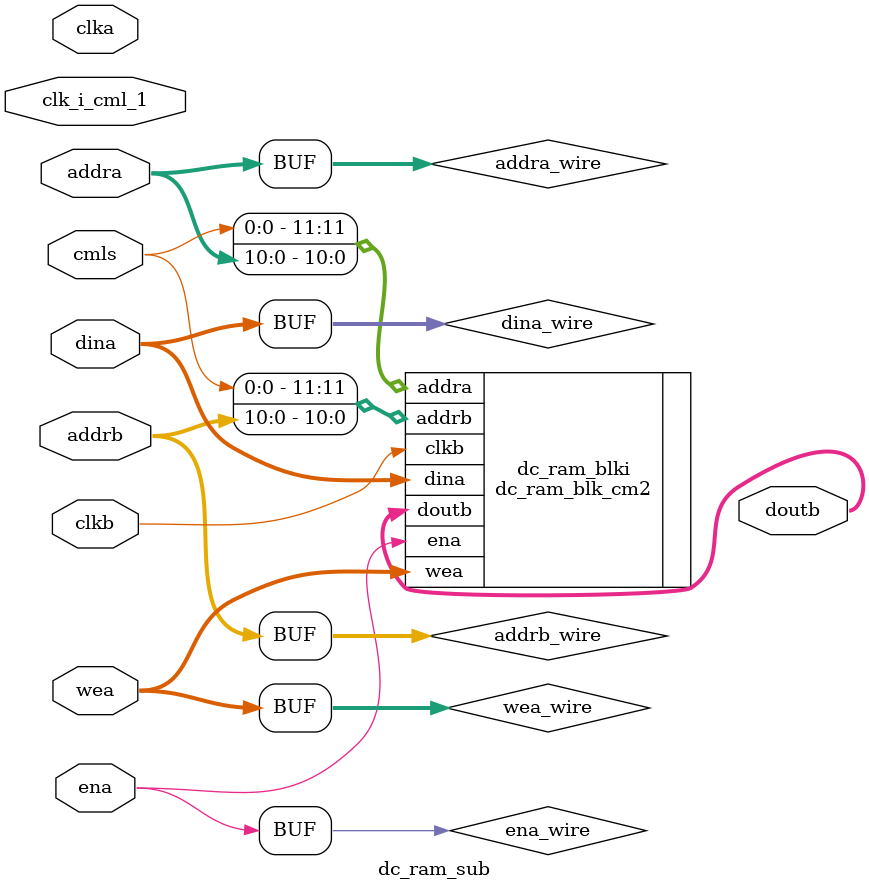
<source format=v>
/*******************************************************************************
*     This file is owned and controlled by Xilinx and must be used             *
*     solely for design, simulation, implementation and creation of            *
*     design files limited to Xilinx devices or technologies. Use              *
*     with non-Xilinx devices or technologies is expressly prohibited          *
*     and immediately terminates your license.                                 *
*                                                                              *
*     XILINX IS PROVIDING THIS DESIGN, CODE, OR INFORMATION "AS IS"            *
*     SOLELY FOR USE IN DEVELOPING PROGRAMS AND SOLUTIONS FOR                  *
*     XILINX DEVICES.  BY PROVIDING THIS DESIGN, CODE, OR INFORMATION          *
*     AS ONE POSSIBLE IMPLEMENTATION OF THIS FEATURE, APPLICATION              *
*     OR STANDARD, XILINX IS MAKING NO REPRESENTATION THAT THIS                *
*     IMPLEMENTATION IS FREE FROM ANY CLAIMS OF INFRINGEMENT,                  *
*     AND YOU ARE RESPONSIBLE FOR OBTAINING ANY RIGHTS YOU MAY REQUIRE         *
*     FOR YOUR IMPLEMENTATION.  XILINX EXPRESSLY DISCLAIMS ANY                 *
*     WARRANTY WHATSOEVER WITH RESPECT TO THE ADEQUACY OF THE                  *
*     IMPLEMENTATION, INCLUDING BUT NOT LIMITED TO ANY WARRANTIES OR           *
*     REPRESENTATIONS THAT THIS IMPLEMENTATION IS FREE FROM CLAIMS OF          *
*     INFRINGEMENT, IMPLIED WARRANTIES OF MERCHANTABILITY AND FITNESS          *
*     FOR A PARTICULAR PURPOSE.                                                *
*                                                                              *
*     Xilinx products are not intended for use in life support                 *
*     appliances, devices, or systems. Use in such applications are            *
*     expressly prohibited.                                                    *
*                                                                              *
*     (c) Copyright 1995-2009 Xilinx, Inc.                                     *
*     All rights reserved.                                                     *
*******************************************************************************/
// The synthesis directives "translate_off/translate_on" specified below are
// supported by Xilinx, Mentor Graphics and Synplicity synthesis
// tools. Ensure they are correct for your synthesis tool(s).

// You must compile the wrapper file dc_ram_blk.v when simulating
// the core, dc_ram_blk. When compiling the wrapper file, be sure to
// reference the XilinxCoreLib Verilog simulation library. For detailed
// instructions, please refer to the "CORE Generator Help".

`timescale 1ns/1ps

module dc_ram_sub(
		clk_i_cml_1,
		cmls,
		
	clka,
	ena,
	wea,
	addra,
	dina,
	clkb,
	addrb,
	doutb);


input clk_i_cml_1;
input cmls;




input clka;
input ena;
input [3 : 0] wea;
input [10 : 0] addra;
input [31 : 0] dina;
input clkb;
input [10 : 0] addrb;
output [31 : 0] doutb;

wire ena_wire;
wire [3 : 0] wea_wire;
wire [10 : 0] addra_wire;
wire [31 : 0] dina_wire;
wire [10 : 0] addrb_wire;

assign ena_wire = ena;
assign wea_wire = wea;
assign addra_wire = addra;
assign dina_wire = dina;
assign addrb_wire = addrb;

dc_ram_blk_cm2 dc_ram_blki(
//BUG HERE
/*.clka(clka),*/
	
	.ena(ena_wire),
	//.regcea(1'b1),
	.wea(wea_wire),
	.addra({cmls, addra_wire}),
	.dina(dina_wire),
	.clkb(clkb),
	.addrb({cmls, addrb_wire}),
	.doutb(doutb));

endmodule



</source>
